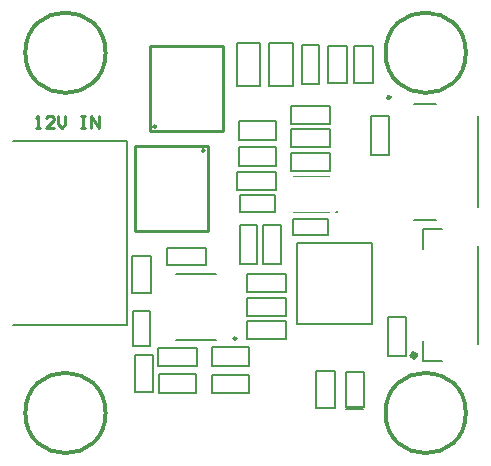
<source format=gto>
G04*
G04 #@! TF.GenerationSoftware,Altium Limited,Altium Designer,24.5.2 (23)*
G04*
G04 Layer_Color=65535*
%FSLAX44Y44*%
%MOMM*%
G71*
G04*
G04 #@! TF.SameCoordinates,77DF0842-A661-4F59-BA2F-9A799A7BDEE5*
G04*
G04*
G04 #@! TF.FilePolarity,Positive*
G04*
G01*
G75*
%ADD10C,0.2540*%
%ADD11C,0.3500*%
%ADD12C,0.5080*%
%ADD13C,0.3000*%
%ADD14C,0.1500*%
%ADD15C,0.1524*%
%ADD16C,0.1270*%
%ADD17C,0.2000*%
%ADD18C,0.1000*%
D10*
X324000Y490000D02*
G03*
X324000Y490000I-1000J0D01*
G01*
X365300Y469700D02*
G03*
X365300Y469700I-1000J0D01*
G01*
X477449Y417500D02*
G03*
X477449Y417500I-450J0D01*
G01*
X392118Y310500D02*
G03*
X392118Y310500I-1118J0D01*
G01*
X381000Y540000D02*
Y558000D01*
Y486000D02*
Y504000D01*
X319000Y486000D02*
X381000D01*
Y504000D02*
Y540000D01*
X319000Y558000D02*
X381000D01*
X319000Y486000D02*
Y558000D01*
X306300Y401700D02*
Y419700D01*
Y455700D02*
Y473700D01*
X368300D01*
X306300Y419700D02*
Y455700D01*
Y401700D02*
X368300D01*
Y473700D01*
X222540Y489040D02*
X225872D01*
X224206D01*
Y499037D01*
X222540Y497371D01*
X237535Y489040D02*
X230871D01*
X237535Y495704D01*
Y497371D01*
X235869Y499037D01*
X232537D01*
X230871Y497371D01*
X240867Y499037D02*
Y492372D01*
X244200Y489040D01*
X247532Y492372D01*
Y499037D01*
X260861D02*
X264193D01*
X262527D01*
Y489040D01*
X260861D01*
X264193D01*
X269192D02*
Y499037D01*
X275856Y489040D01*
Y499037D01*
D11*
X522360Y514616D02*
G03*
X522360Y514616I-1000J0D01*
G01*
D12*
X543770Y296250D02*
G03*
X543770Y296250I-1270J0D01*
G01*
D13*
X586500Y552500D02*
G03*
X586500Y552500I-34000J0D01*
G01*
Y247500D02*
G03*
X586500Y247500I-34000J0D01*
G01*
X281500D02*
G03*
X281500Y247500I-34000J0D01*
G01*
Y552500D02*
G03*
X281500Y552500I-34000J0D01*
G01*
D14*
X597000Y423000D02*
Y424000D01*
Y496000D01*
Y422000D02*
Y423000D01*
Y496000D02*
Y499000D01*
X543000Y410500D02*
X561000D01*
X543000Y509500D02*
X561000D01*
X341000Y365500D02*
X375000D01*
X341000Y309500D02*
X375000D01*
D15*
X596979Y306030D02*
Y388970D01*
X550521Y386379D02*
Y403491D01*
X565954D01*
X550521Y291509D02*
X565954D01*
X550521D02*
Y308621D01*
D16*
X305000Y304000D02*
Y334000D01*
X319000Y304000D02*
Y334000D01*
X305000D02*
X319000D01*
X305000Y304000D02*
X319000D01*
X438500Y472500D02*
X471500D01*
Y487500D01*
X438500D02*
X471500D01*
X438500Y472500D02*
Y487500D01*
X393000Y451500D02*
X426000D01*
X393000Y436500D02*
Y451500D01*
Y436500D02*
X426000D01*
Y451500D01*
X395000Y432000D02*
X425000D01*
X395000Y418000D02*
X425000D01*
Y432000D01*
X395000Y418000D02*
Y432000D01*
X469500Y526700D02*
Y558300D01*
X485500Y526700D02*
Y558300D01*
X469500D02*
X485500D01*
X469500Y526700D02*
X485500D01*
X304000Y380800D02*
X320000D01*
X304000Y349200D02*
X320000D01*
X304000D02*
Y380800D01*
X320000Y349200D02*
Y380800D01*
X401000Y350000D02*
X434000D01*
Y365000D01*
X401000D02*
X434000D01*
X401000Y350000D02*
Y365000D01*
X394200Y457000D02*
Y473000D01*
X425800Y457000D02*
Y473000D01*
X394200Y457000D02*
X425800D01*
X394200Y473000D02*
X425800D01*
X333500Y387500D02*
X366500D01*
X333500Y372500D02*
Y387500D01*
Y372500D02*
X366500D01*
Y387500D01*
X447500Y559000D02*
X462500D01*
Y526000D02*
Y559000D01*
X447500Y526000D02*
X462500D01*
X447500D02*
Y559000D01*
X438500Y492500D02*
Y507500D01*
X471500D01*
Y492500D02*
Y507500D01*
X438500Y492500D02*
X471500D01*
X425800Y478500D02*
Y494500D01*
X394200Y478500D02*
Y494500D01*
X425800D01*
X394200Y478500D02*
X425800D01*
X506500Y466000D02*
Y499000D01*
Y466000D02*
X521500D01*
Y499000D01*
X506500D02*
X521500D01*
X415000Y373500D02*
Y406500D01*
Y373500D02*
X430000D01*
Y406500D01*
X415000D02*
X430000D01*
X401000Y310000D02*
X434000D01*
Y325000D01*
X401000D02*
X434000D01*
X401000Y310000D02*
Y325000D01*
X420000Y524000D02*
Y561000D01*
Y524000D02*
X440000D01*
Y561000D01*
X420000D02*
X440000D01*
X535500Y296000D02*
Y329000D01*
X520500D02*
X535500D01*
X520500Y296000D02*
Y329000D01*
Y296000D02*
X535500D01*
X392500Y524000D02*
Y561000D01*
Y524000D02*
X412500D01*
Y561000D01*
X392500D02*
X412500D01*
X440000Y412000D02*
X470000D01*
X440000Y398000D02*
X470000D01*
Y412000D01*
X440000Y398000D02*
Y412000D01*
X438500Y452500D02*
Y467500D01*
X471500D01*
Y452500D02*
Y467500D01*
X438500Y452500D02*
X471500D01*
X401000Y330000D02*
X434000D01*
Y345000D01*
X401000D02*
X434000D01*
X401000Y330000D02*
Y345000D01*
X306000Y265200D02*
X322000D01*
X306000Y296800D02*
X322000D01*
Y265200D02*
Y296800D01*
X306000Y265200D02*
Y296800D01*
X395000Y373500D02*
Y406500D01*
Y373500D02*
X410000D01*
Y406500D01*
X395000D02*
X410000D01*
X326700Y280500D02*
X358300D01*
X326700Y264500D02*
X358300D01*
Y280500D01*
X326700Y264500D02*
Y280500D01*
X371200Y287000D02*
X402800D01*
X371200Y303000D02*
X402800D01*
X371200Y287000D02*
Y303000D01*
X402800Y287000D02*
Y303000D01*
X371200Y280000D02*
X402800D01*
X371200Y264000D02*
X402800D01*
Y280000D01*
X371200Y264000D02*
Y280000D01*
X359000Y287500D02*
Y302500D01*
X326000Y287500D02*
X359000D01*
X326000D02*
Y302500D01*
X359000D01*
X485454Y250567D02*
X499454D01*
X484880Y252568D02*
Y282568D01*
Y252568D02*
X500120D01*
X484880Y282568D02*
X500120D01*
Y252568D02*
Y282568D01*
X459500Y251700D02*
X475500D01*
X459500Y283300D02*
X475500D01*
Y251700D02*
Y283300D01*
X459500Y251700D02*
Y283300D01*
X492000Y526700D02*
X508000D01*
X492000Y558300D02*
X508000D01*
Y526700D02*
Y558300D01*
X492000Y526700D02*
Y558300D01*
D17*
X443250Y323210D02*
Y391790D01*
X506750Y323210D02*
Y391790D01*
X443250D02*
X506750D01*
X443250Y323210D02*
X506750D01*
X203000Y322000D02*
X220000D01*
X203000Y478000D02*
X220000D01*
X300000D01*
X220000Y322000D02*
X300000D01*
Y478000D01*
D18*
X439750Y417250D02*
X470250D01*
X439750Y447750D02*
X470250D01*
M02*

</source>
